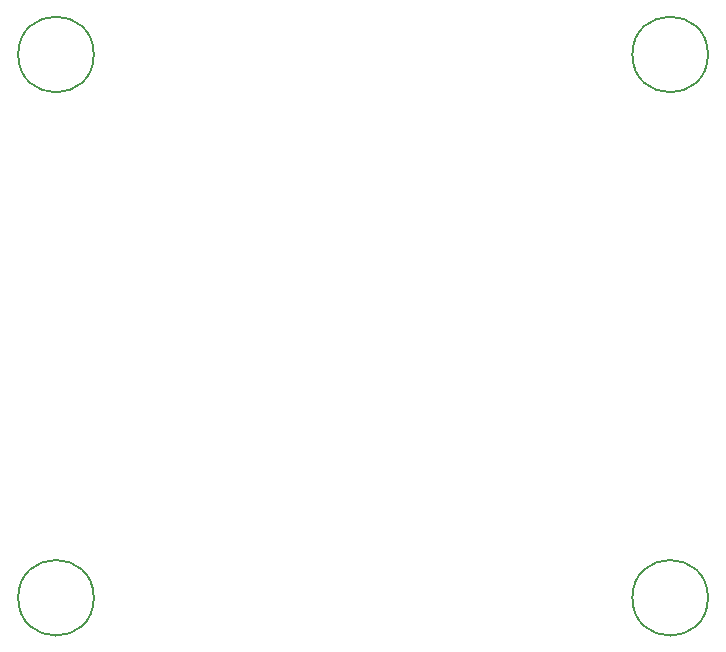
<source format=gbr>
G04 #@! TF.GenerationSoftware,KiCad,Pcbnew,(6.0.6-0)*
G04 #@! TF.CreationDate,2022-07-11T21:24:59+01:00*
G04 #@! TF.ProjectId,Spinny,5370696e-6e79-42e6-9b69-6361645f7063,rev?*
G04 #@! TF.SameCoordinates,Original*
G04 #@! TF.FileFunction,Other,Comment*
%FSLAX46Y46*%
G04 Gerber Fmt 4.6, Leading zero omitted, Abs format (unit mm)*
G04 Created by KiCad (PCBNEW (6.0.6-0)) date 2022-07-11 21:24:59*
%MOMM*%
%LPD*%
G01*
G04 APERTURE LIST*
%ADD10C,0.150000*%
G04 APERTURE END LIST*
D10*
G04 #@! TO.C,H3*
X127200000Y-123000000D02*
G75*
G03*
X127200000Y-123000000I-3200000J0D01*
G01*
G04 #@! TO.C,H2*
X179200000Y-77000000D02*
G75*
G03*
X179200000Y-77000000I-3200000J0D01*
G01*
G04 #@! TO.C,H1*
X127200000Y-77000000D02*
G75*
G03*
X127200000Y-77000000I-3200000J0D01*
G01*
G04 #@! TO.C,H4*
X179200000Y-123000000D02*
G75*
G03*
X179200000Y-123000000I-3200000J0D01*
G01*
G04 #@! TD*
M02*

</source>
